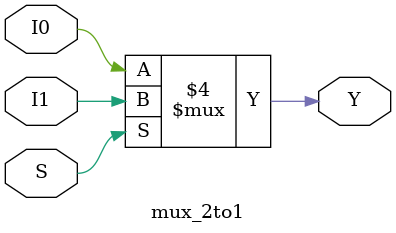
<source format=v>
module mux_2to1(I1,I0,S,Y); 
input I1,I0,S; 
output Y; 
reg Y; 
always @ (S, I0 , I1) 
begin 
if (S == 0) 
begin 
Y = I0; 
end 
else 
begin 
Y = I1 ; 
end 
end 
endmodule
</source>
